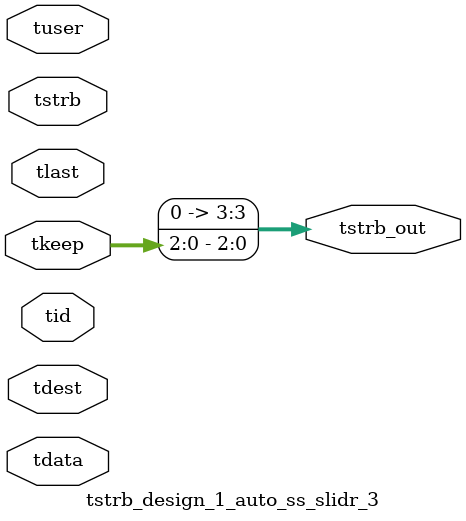
<source format=v>


`timescale 1ps/1ps

module tstrb_design_1_auto_ss_slidr_3 #
(
parameter C_S_AXIS_TDATA_WIDTH = 32,
parameter C_S_AXIS_TUSER_WIDTH = 0,
parameter C_S_AXIS_TID_WIDTH   = 0,
parameter C_S_AXIS_TDEST_WIDTH = 0,
parameter C_M_AXIS_TDATA_WIDTH = 32
)
(
input  [(C_S_AXIS_TDATA_WIDTH == 0 ? 1 : C_S_AXIS_TDATA_WIDTH)-1:0     ] tdata,
input  [(C_S_AXIS_TUSER_WIDTH == 0 ? 1 : C_S_AXIS_TUSER_WIDTH)-1:0     ] tuser,
input  [(C_S_AXIS_TID_WIDTH   == 0 ? 1 : C_S_AXIS_TID_WIDTH)-1:0       ] tid,
input  [(C_S_AXIS_TDEST_WIDTH == 0 ? 1 : C_S_AXIS_TDEST_WIDTH)-1:0     ] tdest,
input  [(C_S_AXIS_TDATA_WIDTH/8)-1:0 ] tkeep,
input  [(C_S_AXIS_TDATA_WIDTH/8)-1:0 ] tstrb,
input                                                                    tlast,
output [(C_M_AXIS_TDATA_WIDTH/8)-1:0 ] tstrb_out
);

assign tstrb_out = {tkeep[2:0]};

endmodule


</source>
